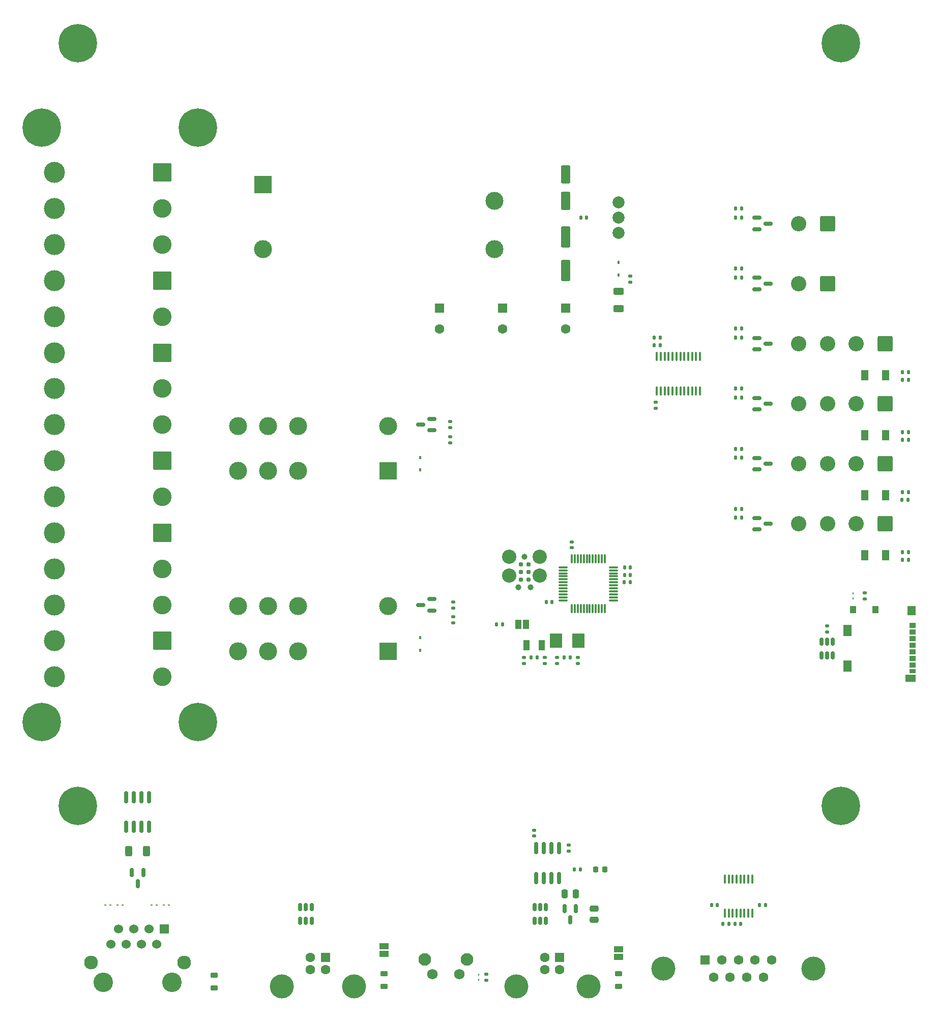
<source format=gbr>
%TF.GenerationSoftware,KiCad,Pcbnew,6.0.5+dfsg-1~bpo11+1*%
%TF.CreationDate,2023-01-20T09:08:56+00:00*%
%TF.ProjectId,nascontrol,6e617363-6f6e-4747-926f-6c2e6b696361,0.1*%
%TF.SameCoordinates,Original*%
%TF.FileFunction,Soldermask,Top*%
%TF.FilePolarity,Negative*%
%FSLAX46Y46*%
G04 Gerber Fmt 4.6, Leading zero omitted, Abs format (unit mm)*
G04 Created by KiCad (PCBNEW 6.0.5+dfsg-1~bpo11+1) date 2023-01-20 09:08:56*
%MOMM*%
%LPD*%
G01*
G04 APERTURE LIST*
G04 Aperture macros list*
%AMRoundRect*
0 Rectangle with rounded corners*
0 $1 Rounding radius*
0 $2 $3 $4 $5 $6 $7 $8 $9 X,Y pos of 4 corners*
0 Add a 4 corners polygon primitive as box body*
4,1,4,$2,$3,$4,$5,$6,$7,$8,$9,$2,$3,0*
0 Add four circle primitives for the rounded corners*
1,1,$1+$1,$2,$3*
1,1,$1+$1,$4,$5*
1,1,$1+$1,$6,$7*
1,1,$1+$1,$8,$9*
0 Add four rect primitives between the rounded corners*
20,1,$1+$1,$2,$3,$4,$5,0*
20,1,$1+$1,$4,$5,$6,$7,0*
20,1,$1+$1,$6,$7,$8,$9,0*
20,1,$1+$1,$8,$9,$2,$3,0*%
G04 Aperture macros list end*
%ADD10RoundRect,0.135000X0.135000X0.185000X-0.135000X0.185000X-0.135000X-0.185000X0.135000X-0.185000X0*%
%ADD11RoundRect,0.150000X-0.587500X-0.150000X0.587500X-0.150000X0.587500X0.150000X-0.587500X0.150000X0*%
%ADD12C,4.000000*%
%ADD13R,1.600000X1.600000*%
%ADD14C,1.600000*%
%ADD15C,3.500000*%
%ADD16RoundRect,0.249999X-1.300001X1.300001X-1.300001X-1.300001X1.300001X-1.300001X1.300001X1.300001X0*%
%ADD17C,3.100000*%
%ADD18RoundRect,0.135000X-0.185000X0.135000X-0.185000X-0.135000X0.185000X-0.135000X0.185000X0.135000X0*%
%ADD19R,1.300000X1.700000*%
%ADD20RoundRect,0.249999X1.025001X1.025001X-1.025001X1.025001X-1.025001X-1.025001X1.025001X-1.025001X0*%
%ADD21C,2.550000*%
%ADD22R,0.450000X0.600000*%
%ADD23C,2.000000*%
%ADD24R,0.250000X0.360000*%
%ADD25R,1.500000X1.000000*%
%ADD26RoundRect,0.140000X0.170000X-0.140000X0.170000X0.140000X-0.170000X0.140000X-0.170000X-0.140000X0*%
%ADD27RoundRect,0.250000X0.550000X-1.250000X0.550000X1.250000X-0.550000X1.250000X-0.550000X-1.250000X0*%
%ADD28RoundRect,0.140000X0.140000X0.170000X-0.140000X0.170000X-0.140000X-0.170000X0.140000X-0.170000X0*%
%ADD29RoundRect,0.135000X-0.135000X-0.185000X0.135000X-0.185000X0.135000X0.185000X-0.135000X0.185000X0*%
%ADD30RoundRect,0.140000X-0.140000X-0.170000X0.140000X-0.170000X0.140000X0.170000X-0.140000X0.170000X0*%
%ADD31C,6.400000*%
%ADD32C,3.000000*%
%ADD33R,3.000000X3.000000*%
%ADD34C,2.374900*%
%ADD35C,0.990600*%
%ADD36C,0.787400*%
%ADD37C,2.100000*%
%ADD38C,1.750000*%
%ADD39RoundRect,0.250000X0.475000X-0.250000X0.475000X0.250000X-0.475000X0.250000X-0.475000X-0.250000X0*%
%ADD40R,2.000000X2.400000*%
%ADD41RoundRect,0.150000X0.150000X-0.825000X0.150000X0.825000X-0.150000X0.825000X-0.150000X-0.825000X0*%
%ADD42RoundRect,0.150000X-0.150000X0.825000X-0.150000X-0.825000X0.150000X-0.825000X0.150000X0.825000X0*%
%ADD43R,1.100000X0.850000*%
%ADD44R,1.100000X0.750000*%
%ADD45R,1.000000X1.200000*%
%ADD46R,1.350000X1.900000*%
%ADD47R,1.350000X1.550000*%
%ADD48R,1.800000X1.170000*%
%ADD49RoundRect,0.100000X0.100000X-0.637500X0.100000X0.637500X-0.100000X0.637500X-0.100000X-0.637500X0*%
%ADD50RoundRect,0.135000X0.185000X-0.135000X0.185000X0.135000X-0.185000X0.135000X-0.185000X-0.135000X0*%
%ADD51RoundRect,0.150000X-0.150000X0.512500X-0.150000X-0.512500X0.150000X-0.512500X0.150000X0.512500X0*%
%ADD52RoundRect,0.150000X0.587500X0.150000X-0.587500X0.150000X-0.587500X-0.150000X0.587500X-0.150000X0*%
%ADD53RoundRect,0.150000X0.150000X-0.512500X0.150000X0.512500X-0.150000X0.512500X-0.150000X-0.512500X0*%
%ADD54RoundRect,0.150000X-0.150000X0.587500X-0.150000X-0.587500X0.150000X-0.587500X0.150000X0.587500X0*%
%ADD55RoundRect,0.250000X-0.312500X-0.625000X0.312500X-0.625000X0.312500X0.625000X-0.312500X0.625000X0*%
%ADD56RoundRect,0.140000X-0.170000X0.140000X-0.170000X-0.140000X0.170000X-0.140000X0.170000X0.140000X0*%
%ADD57RoundRect,0.218750X0.381250X-0.218750X0.381250X0.218750X-0.381250X0.218750X-0.381250X-0.218750X0*%
%ADD58RoundRect,0.075000X0.075000X-0.662500X0.075000X0.662500X-0.075000X0.662500X-0.075000X-0.662500X0*%
%ADD59RoundRect,0.075000X0.662500X-0.075000X0.662500X0.075000X-0.662500X0.075000X-0.662500X-0.075000X0*%
%ADD60R,1.000000X1.500000*%
%ADD61R,1.000000X1.800000*%
%ADD62RoundRect,0.250000X-0.625000X0.312500X-0.625000X-0.312500X0.625000X-0.312500X0.625000X0.312500X0*%
%ADD63RoundRect,0.218750X0.218750X0.256250X-0.218750X0.256250X-0.218750X-0.256250X0.218750X-0.256250X0*%
%ADD64R,0.360000X0.250000*%
%ADD65RoundRect,0.250000X-0.550000X1.500000X-0.550000X-1.500000X0.550000X-1.500000X0.550000X1.500000X0*%
%ADD66RoundRect,0.250000X-0.250000X-0.475000X0.250000X-0.475000X0.250000X0.475000X-0.250000X0.475000X0*%
%ADD67C,3.250000*%
%ADD68R,1.500000X1.500000*%
%ADD69C,1.524000*%
%ADD70C,2.300000*%
G04 APERTURE END LIST*
D10*
%TO.C,R303*%
X140510000Y-89000000D03*
X139490000Y-89000000D03*
%TD*%
D11*
%TO.C,Q301*%
X143062500Y-109050000D03*
X143062500Y-110950000D03*
X144937500Y-110000000D03*
%TD*%
D12*
%TO.C,J402*%
X127490000Y-184089669D03*
X152490000Y-184089669D03*
D13*
X134450000Y-182669669D03*
D14*
X137220000Y-182669669D03*
X139990000Y-182669669D03*
X142760000Y-182669669D03*
X145530000Y-182669669D03*
X135835000Y-185509669D03*
X138605000Y-185509669D03*
X141375000Y-185509669D03*
X144145000Y-185509669D03*
%TD*%
D15*
%TO.C,J502*%
X26100000Y-93500000D03*
X26100000Y-87500000D03*
X26100000Y-81500000D03*
D16*
X44100000Y-81500000D03*
D17*
X44100000Y-87500000D03*
X44100000Y-93500000D03*
%TD*%
D18*
%TO.C,R503*%
X92500000Y-125490000D03*
X92500000Y-126510000D03*
%TD*%
D19*
%TO.C,D301*%
X164500000Y-115250000D03*
X161000000Y-115250000D03*
%TD*%
D10*
%TO.C,R301*%
X140510000Y-109000000D03*
X139490000Y-109000000D03*
%TD*%
D11*
%TO.C,Q305*%
X143062500Y-69050000D03*
X143062500Y-70950000D03*
X144937500Y-70000000D03*
%TD*%
D20*
%TO.C,SW102*%
X164400000Y-100000000D03*
D21*
X159600000Y-100000000D03*
X154800000Y-100000000D03*
X150000000Y-100000000D03*
%TD*%
D19*
%TO.C,D302*%
X164500000Y-105250000D03*
X161000000Y-105250000D03*
%TD*%
D22*
%TO.C,D201*%
X120000000Y-68550000D03*
X120000000Y-66450000D03*
%TD*%
D23*
%TO.C,U501*%
X120000000Y-56500000D03*
X120000000Y-59040000D03*
X120000000Y-61580000D03*
%TD*%
D20*
%TO.C,SW101*%
X164400000Y-110000000D03*
D21*
X159600000Y-110000000D03*
X154800000Y-110000000D03*
X150000000Y-110000000D03*
%TD*%
D24*
%TO.C,D206*%
X159050000Y-121580000D03*
X159050000Y-122420000D03*
%TD*%
D25*
%TO.C,JP502*%
X120000000Y-182150000D03*
X120000000Y-180850000D03*
%TD*%
D15*
%TO.C,J501*%
X26100000Y-51500000D03*
X26100000Y-63500000D03*
X26100000Y-57500000D03*
D16*
X44100000Y-51500000D03*
D17*
X44100000Y-57500000D03*
X44100000Y-63500000D03*
%TD*%
D26*
%TO.C,C212*%
X113250000Y-133230000D03*
X113250000Y-132270000D03*
%TD*%
D10*
%TO.C,R312*%
X168260000Y-84750000D03*
X167240000Y-84750000D03*
%TD*%
D27*
%TO.C,C501*%
X111250000Y-56240000D03*
X111250000Y-51840000D03*
%TD*%
D24*
%TO.C,D207*%
X96750000Y-185920000D03*
X96750000Y-185080000D03*
%TD*%
D11*
%TO.C,Q304*%
X143062500Y-79050000D03*
X143062500Y-80950000D03*
X144937500Y-80000000D03*
%TD*%
D28*
%TO.C,C408*%
X144480000Y-173500000D03*
X143520000Y-173500000D03*
%TD*%
D11*
%TO.C,Q302*%
X143062500Y-99050000D03*
X143062500Y-100950000D03*
X144937500Y-100000000D03*
%TD*%
D29*
%TO.C,R314*%
X167230000Y-106000000D03*
X168250000Y-106000000D03*
%TD*%
D30*
%TO.C,C209*%
X121000000Y-119750000D03*
X121960000Y-119750000D03*
%TD*%
D13*
%TO.C,C202*%
X111250000Y-74097349D03*
D14*
X111250000Y-77597349D03*
%TD*%
D31*
%TO.C,H502*%
X50000000Y-44000000D03*
%TD*%
%TO.C,H101*%
X30000000Y-30000000D03*
%TD*%
D30*
%TO.C,C503*%
X113770000Y-59040000D03*
X114730000Y-59040000D03*
%TD*%
D10*
%TO.C,R320*%
X140510000Y-69000000D03*
X139490000Y-69000000D03*
%TD*%
D29*
%TO.C,R315*%
X167240000Y-96000000D03*
X168260000Y-96000000D03*
%TD*%
D26*
%TO.C,C213*%
X104250000Y-133230000D03*
X104250000Y-132270000D03*
%TD*%
D32*
%TO.C,K501*%
X61707500Y-101207500D03*
X66707500Y-101207500D03*
X56707500Y-101207500D03*
X61707500Y-93707500D03*
X66707500Y-93707500D03*
X56707500Y-93707500D03*
D33*
X81707500Y-101207500D03*
D32*
X81707500Y-93707500D03*
%TD*%
D11*
%TO.C,Q306*%
X143062500Y-59050000D03*
X143062500Y-60950000D03*
X144937500Y-60000000D03*
%TD*%
D20*
%TO.C,SW104*%
X164400000Y-80000000D03*
D21*
X159600000Y-80000000D03*
X154800000Y-80000000D03*
X150000000Y-80000000D03*
%TD*%
D34*
%TO.C,J202*%
X101845000Y-118635000D03*
X106925000Y-118635000D03*
X106925000Y-115460000D03*
D35*
X105401000Y-120540000D03*
X103369000Y-120540000D03*
D34*
X101845000Y-115460000D03*
D35*
X104385000Y-115460000D03*
D36*
X103750000Y-116730000D03*
X105020000Y-116730000D03*
X103750000Y-118000000D03*
X105020000Y-118000000D03*
X103750000Y-119270000D03*
X105020000Y-119270000D03*
%TD*%
D37*
%TO.C,SW201*%
X87765000Y-182547500D03*
X94775000Y-182547500D03*
D38*
X93525000Y-185037500D03*
X89025000Y-185037500D03*
%TD*%
D39*
%TO.C,C401*%
X116000000Y-175950000D03*
X116000000Y-174050000D03*
%TD*%
D10*
%TO.C,R202*%
X100760000Y-126750000D03*
X99740000Y-126750000D03*
%TD*%
D40*
%TO.C,Y201*%
X113350000Y-129500000D03*
X109650000Y-129500000D03*
%TD*%
D29*
%TO.C,R401*%
X112690000Y-167600000D03*
X113710000Y-167600000D03*
%TD*%
D30*
%TO.C,C207*%
X121020000Y-118500000D03*
X121980000Y-118500000D03*
%TD*%
D10*
%TO.C,R310*%
X168260000Y-104750000D03*
X167240000Y-104750000D03*
%TD*%
D41*
%TO.C,U403*%
X106345000Y-168975000D03*
X107615000Y-168975000D03*
X108885000Y-168975000D03*
X110155000Y-168975000D03*
X110155000Y-164025000D03*
X108885000Y-164025000D03*
X107615000Y-164025000D03*
X106345000Y-164025000D03*
%TD*%
D15*
%TO.C,F502*%
X26100000Y-99500000D03*
X26100000Y-105500000D03*
D16*
X44100000Y-99500000D03*
D17*
X44100000Y-105500000D03*
%TD*%
D19*
%TO.C,D304*%
X164500000Y-85250000D03*
X161000000Y-85250000D03*
%TD*%
D10*
%TO.C,R323*%
X140510000Y-57500000D03*
X139490000Y-57500000D03*
%TD*%
D42*
%TO.C,U402*%
X41905000Y-155525000D03*
X40635000Y-155525000D03*
X39365000Y-155525000D03*
X38095000Y-155525000D03*
X38095000Y-160475000D03*
X39365000Y-160475000D03*
X40635000Y-160475000D03*
X41905000Y-160475000D03*
%TD*%
D10*
%TO.C,R306*%
X140510000Y-97500000D03*
X139490000Y-97500000D03*
%TD*%
D15*
%TO.C,J503*%
X26100000Y-117500000D03*
X26100000Y-123500000D03*
X26100000Y-111500000D03*
D16*
X44100000Y-111500000D03*
D17*
X44100000Y-117500000D03*
X44100000Y-123500000D03*
%TD*%
D20*
%TO.C,D102*%
X154800000Y-60000000D03*
D21*
X150000000Y-60000000D03*
%TD*%
D20*
%TO.C,SW103*%
X164400000Y-90000000D03*
D21*
X159600000Y-90000000D03*
X154800000Y-90000000D03*
X150000000Y-90000000D03*
%TD*%
D13*
%TO.C,C203*%
X100750000Y-74097349D03*
D14*
X100750000Y-77597349D03*
%TD*%
D13*
%TO.C,J101*%
X71250000Y-182212500D03*
D14*
X68750000Y-182212500D03*
X68750000Y-184212500D03*
X71250000Y-184212500D03*
D12*
X76000000Y-187072500D03*
X64000000Y-187072500D03*
%TD*%
D10*
%TO.C,R309*%
X168260000Y-114750000D03*
X167240000Y-114750000D03*
%TD*%
D20*
%TO.C,D101*%
X154800000Y-70000000D03*
D21*
X150000000Y-70000000D03*
%TD*%
D43*
%TO.C,J201*%
X168950000Y-126895000D03*
X168950000Y-127995000D03*
X168950000Y-129095000D03*
X168950000Y-130195000D03*
X168950000Y-131295000D03*
X168950000Y-132395000D03*
X168950000Y-133495000D03*
D44*
X168950000Y-134545000D03*
D45*
X162800000Y-124260000D03*
X159100000Y-124260000D03*
D46*
X158125000Y-133730000D03*
X158125000Y-127760000D03*
D47*
X168825000Y-124435000D03*
D48*
X168600000Y-135755000D03*
%TD*%
D49*
%TO.C,U405*%
X137725000Y-174862500D03*
X138375000Y-174862500D03*
X139025000Y-174862500D03*
X139675000Y-174862500D03*
X140325000Y-174862500D03*
X140975000Y-174862500D03*
X141625000Y-174862500D03*
X142275000Y-174862500D03*
X142275000Y-169137500D03*
X141625000Y-169137500D03*
X140975000Y-169137500D03*
X140325000Y-169137500D03*
X139675000Y-169137500D03*
X139025000Y-169137500D03*
X138375000Y-169137500D03*
X137725000Y-169137500D03*
%TD*%
D50*
%TO.C,R317*%
X126250000Y-90760000D03*
X126250000Y-89740000D03*
%TD*%
D10*
%TO.C,R302*%
X140510000Y-99000000D03*
X139490000Y-99000000D03*
%TD*%
D51*
%TO.C,U101*%
X68950000Y-173862500D03*
X68000000Y-173862500D03*
X67050000Y-173862500D03*
X67050000Y-176137500D03*
X68000000Y-176137500D03*
X68950000Y-176137500D03*
%TD*%
D30*
%TO.C,C406*%
X137420000Y-176600000D03*
X138380000Y-176600000D03*
%TD*%
D26*
%TO.C,C403*%
X111750000Y-164480000D03*
X111750000Y-163520000D03*
%TD*%
%TO.C,C404*%
X106000000Y-161980000D03*
X106000000Y-161020000D03*
%TD*%
D28*
%TO.C,C208*%
X108980000Y-123000000D03*
X108020000Y-123000000D03*
%TD*%
D52*
%TO.C,Q502*%
X88937500Y-124450000D03*
X88937500Y-122550000D03*
X87062500Y-123500000D03*
%TD*%
D53*
%TO.C,U202*%
X153800000Y-131887500D03*
X154750000Y-131887500D03*
X155700000Y-131887500D03*
X155700000Y-129612500D03*
X154750000Y-129612500D03*
X153800000Y-129612500D03*
%TD*%
D54*
%TO.C,U401*%
X112950000Y-174062500D03*
X111050000Y-174062500D03*
X112000000Y-175937500D03*
%TD*%
D55*
%TO.C,R402*%
X38537500Y-164500000D03*
X41462500Y-164500000D03*
%TD*%
D31*
%TO.C,H501*%
X24000000Y-44000000D03*
%TD*%
D10*
%TO.C,R308*%
X140510000Y-77500000D03*
X139490000Y-77500000D03*
%TD*%
D18*
%TO.C,R501*%
X92000000Y-95490000D03*
X92000000Y-96510000D03*
%TD*%
D10*
%TO.C,R322*%
X140510000Y-67500000D03*
X139490000Y-67500000D03*
%TD*%
D15*
%TO.C,F503*%
X26100000Y-135500000D03*
X26100000Y-129500000D03*
D16*
X44100000Y-129500000D03*
D17*
X44100000Y-135500000D03*
%TD*%
D19*
%TO.C,D303*%
X164500000Y-95250000D03*
X161000000Y-95250000D03*
%TD*%
D10*
%TO.C,R321*%
X140510000Y-59000000D03*
X139490000Y-59000000D03*
%TD*%
D49*
%TO.C,U301*%
X126425000Y-87862500D03*
X127075000Y-87862500D03*
X127725000Y-87862500D03*
X128375000Y-87862500D03*
X129025000Y-87862500D03*
X129675000Y-87862500D03*
X130325000Y-87862500D03*
X130975000Y-87862500D03*
X131625000Y-87862500D03*
X132275000Y-87862500D03*
X132925000Y-87862500D03*
X133575000Y-87862500D03*
X133575000Y-82137500D03*
X132925000Y-82137500D03*
X132275000Y-82137500D03*
X131625000Y-82137500D03*
X130975000Y-82137500D03*
X130325000Y-82137500D03*
X129675000Y-82137500D03*
X129025000Y-82137500D03*
X128375000Y-82137500D03*
X127725000Y-82137500D03*
X127075000Y-82137500D03*
X126425000Y-82137500D03*
%TD*%
D56*
%TO.C,C201*%
X122000000Y-68770000D03*
X122000000Y-69730000D03*
%TD*%
D15*
%TO.C,F501*%
X26100000Y-69500000D03*
X26100000Y-75500000D03*
D16*
X44100000Y-69500000D03*
D17*
X44100000Y-75500000D03*
%TD*%
D26*
%TO.C,C214*%
X107750000Y-133230000D03*
X107750000Y-132270000D03*
%TD*%
D29*
%TO.C,R318*%
X125990000Y-80250000D03*
X127010000Y-80250000D03*
%TD*%
D52*
%TO.C,Q501*%
X88937500Y-94450000D03*
X88937500Y-92550000D03*
X87062500Y-93500000D03*
%TD*%
D57*
%TO.C,FB102*%
X52750000Y-187312500D03*
X52750000Y-185187500D03*
%TD*%
D58*
%TO.C,U201*%
X112250000Y-124162500D03*
X112750000Y-124162500D03*
X113250000Y-124162500D03*
X113750000Y-124162500D03*
X114250000Y-124162500D03*
X114750000Y-124162500D03*
X115250000Y-124162500D03*
X115750000Y-124162500D03*
X116250000Y-124162500D03*
X116750000Y-124162500D03*
X117250000Y-124162500D03*
X117750000Y-124162500D03*
D59*
X119162500Y-122750000D03*
X119162500Y-122250000D03*
X119162500Y-121750000D03*
X119162500Y-121250000D03*
X119162500Y-120750000D03*
X119162500Y-120250000D03*
X119162500Y-119750000D03*
X119162500Y-119250000D03*
X119162500Y-118750000D03*
X119162500Y-118250000D03*
X119162500Y-117750000D03*
X119162500Y-117250000D03*
D58*
X117750000Y-115837500D03*
X117250000Y-115837500D03*
X116750000Y-115837500D03*
X116250000Y-115837500D03*
X115750000Y-115837500D03*
X115250000Y-115837500D03*
X114750000Y-115837500D03*
X114250000Y-115837500D03*
X113750000Y-115837500D03*
X113250000Y-115837500D03*
X112750000Y-115837500D03*
X112250000Y-115837500D03*
D59*
X110837500Y-117250000D03*
X110837500Y-117750000D03*
X110837500Y-118250000D03*
X110837500Y-118750000D03*
X110837500Y-119250000D03*
X110837500Y-119750000D03*
X110837500Y-120250000D03*
X110837500Y-120750000D03*
X110837500Y-121250000D03*
X110837500Y-121750000D03*
X110837500Y-122250000D03*
X110837500Y-122750000D03*
%TD*%
D25*
%TO.C,JP501*%
X81000000Y-181650000D03*
X81000000Y-180350000D03*
%TD*%
D54*
%TO.C,D402*%
X40950000Y-168062500D03*
X39050000Y-168062500D03*
X40000000Y-169937500D03*
%TD*%
D31*
%TO.C,H504*%
X24000000Y-143000000D03*
%TD*%
D29*
%TO.C,R313*%
X167240000Y-116000000D03*
X168260000Y-116000000D03*
%TD*%
D10*
%TO.C,R305*%
X140510000Y-107500000D03*
X139490000Y-107500000D03*
%TD*%
D30*
%TO.C,C405*%
X139420000Y-176600000D03*
X140380000Y-176600000D03*
%TD*%
D33*
%TO.C,PS501*%
X60842500Y-53500000D03*
D32*
X60842500Y-64250000D03*
X99342500Y-64250000D03*
X99342500Y-56250000D03*
%TD*%
D31*
%TO.C,H503*%
X50000000Y-143000000D03*
%TD*%
D29*
%TO.C,R319*%
X125990000Y-79000000D03*
X127010000Y-79000000D03*
%TD*%
D31*
%TO.C,H104*%
X30000000Y-157000000D03*
%TD*%
%TO.C,H102*%
X157000000Y-30000000D03*
%TD*%
D10*
%TO.C,R307*%
X140510000Y-87500000D03*
X139490000Y-87500000D03*
%TD*%
D57*
%TO.C,FB101*%
X81000000Y-187062500D03*
X81000000Y-184937500D03*
%TD*%
D26*
%TO.C,C211*%
X109750000Y-133230000D03*
X109750000Y-132270000D03*
%TD*%
D60*
%TO.C,JP201*%
X103350000Y-126750000D03*
X104650000Y-126750000D03*
%TD*%
D50*
%TO.C,R205*%
X154750000Y-128010000D03*
X154750000Y-126990000D03*
%TD*%
D61*
%TO.C,Y202*%
X107250000Y-130250000D03*
X104750000Y-130250000D03*
%TD*%
D11*
%TO.C,Q303*%
X143062500Y-89050000D03*
X143062500Y-90950000D03*
X144937500Y-90000000D03*
%TD*%
D29*
%TO.C,R316*%
X167240000Y-86000000D03*
X168260000Y-86000000D03*
%TD*%
D26*
%TO.C,C205*%
X112250000Y-113980000D03*
X112250000Y-113020000D03*
%TD*%
D10*
%TO.C,R311*%
X168260000Y-94750000D03*
X167240000Y-94750000D03*
%TD*%
D57*
%TO.C,FB401*%
X120000000Y-187062500D03*
X120000000Y-184937500D03*
%TD*%
D13*
%TO.C,J401*%
X110250000Y-182212500D03*
D14*
X107750000Y-182212500D03*
X107750000Y-184212500D03*
X110250000Y-184212500D03*
D12*
X103000000Y-187072500D03*
X115000000Y-187072500D03*
%TD*%
D62*
%TO.C,R201*%
X120000000Y-71287500D03*
X120000000Y-74212500D03*
%TD*%
D51*
%TO.C,U404*%
X107950000Y-173862500D03*
X107000000Y-173862500D03*
X106050000Y-173862500D03*
X106050000Y-176137500D03*
X107000000Y-176137500D03*
X107950000Y-176137500D03*
%TD*%
D63*
%TO.C,D401*%
X117787500Y-167600000D03*
X116212500Y-167600000D03*
%TD*%
D30*
%TO.C,C206*%
X121020000Y-117250000D03*
X121980000Y-117250000D03*
%TD*%
D50*
%TO.C,R504*%
X92500000Y-124010000D03*
X92500000Y-122990000D03*
%TD*%
%TO.C,R502*%
X92000000Y-94010000D03*
X92000000Y-92990000D03*
%TD*%
D26*
%TO.C,C210*%
X161000000Y-122480000D03*
X161000000Y-121520000D03*
%TD*%
D64*
%TO.C,D203*%
X42330000Y-173500000D03*
X43170000Y-173500000D03*
%TD*%
%TO.C,D204*%
X37500000Y-173500000D03*
X36660000Y-173500000D03*
%TD*%
%TO.C,D202*%
X45170000Y-173500000D03*
X44330000Y-173500000D03*
%TD*%
D32*
%TO.C,K502*%
X61707500Y-131207500D03*
X66707500Y-131207500D03*
X56707500Y-131207500D03*
X61707500Y-123707500D03*
X66707500Y-123707500D03*
X56707500Y-123707500D03*
D33*
X81707500Y-131207500D03*
D32*
X81707500Y-123707500D03*
%TD*%
D29*
%TO.C,R203*%
X110990000Y-132250000D03*
X112010000Y-132250000D03*
%TD*%
D64*
%TO.C,D205*%
X34580000Y-173500000D03*
X35420000Y-173500000D03*
%TD*%
D56*
%TO.C,C215*%
X98000000Y-185020000D03*
X98000000Y-185980000D03*
%TD*%
D13*
%TO.C,C204*%
X90250000Y-74097349D03*
D14*
X90250000Y-77597349D03*
%TD*%
D65*
%TO.C,C502*%
X111250000Y-62240000D03*
X111250000Y-67840000D03*
%TD*%
D10*
%TO.C,R304*%
X140510000Y-79000000D03*
X139490000Y-79000000D03*
%TD*%
D22*
%TO.C,D502*%
X87000000Y-131050000D03*
X87000000Y-128950000D03*
%TD*%
D31*
%TO.C,H103*%
X157000000Y-157000000D03*
%TD*%
D30*
%TO.C,C407*%
X135520000Y-173500000D03*
X136480000Y-173500000D03*
%TD*%
D29*
%TO.C,R204*%
X105490000Y-132250000D03*
X106510000Y-132250000D03*
%TD*%
D66*
%TO.C,C402*%
X111050000Y-171600000D03*
X112950000Y-171600000D03*
%TD*%
D67*
%TO.C,J102*%
X45715000Y-186350000D03*
X34285000Y-186350000D03*
D68*
X44445000Y-177460000D03*
D69*
X43175000Y-180000000D03*
X41905000Y-177460000D03*
X40635000Y-180000000D03*
X39365000Y-177460000D03*
X38095000Y-180000000D03*
X36825000Y-177460000D03*
X35555000Y-180000000D03*
D70*
X47750000Y-183048000D03*
X32250000Y-183048000D03*
%TD*%
D22*
%TO.C,D501*%
X87000000Y-101050000D03*
X87000000Y-98950000D03*
%TD*%
M02*

</source>
